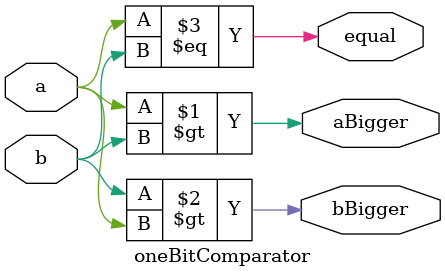
<source format=v>
module oneBitComparator(input a, b,
			output aBigger, equal, bBigger);
	assign aBigger = (a > b);
	assign bBigger = (b > a);
	assign equal = (a == b);
endmodule	
</source>
